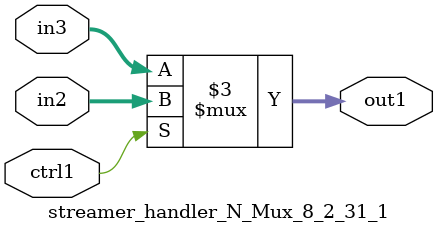
<source format=v>

`timescale 1ps / 1ps


module streamer_handler_N_Mux_8_2_31_1( in3, in2, ctrl1, out1 );

    input [7:0] in3;
    input [7:0] in2;
    input ctrl1;
    output [7:0] out1;
    reg [7:0] out1;

    
    // rtl_process:streamer_handler_N_Mux_8_2_31_1/streamer_handler_N_Mux_8_2_31_1_thread_1
    always @*
      begin : streamer_handler_N_Mux_8_2_31_1_thread_1
        case (ctrl1) 
          1'b1: 
            begin
              out1 = in2;
            end
          default: 
            begin
              out1 = in3;
            end
        endcase
      end

endmodule



</source>
